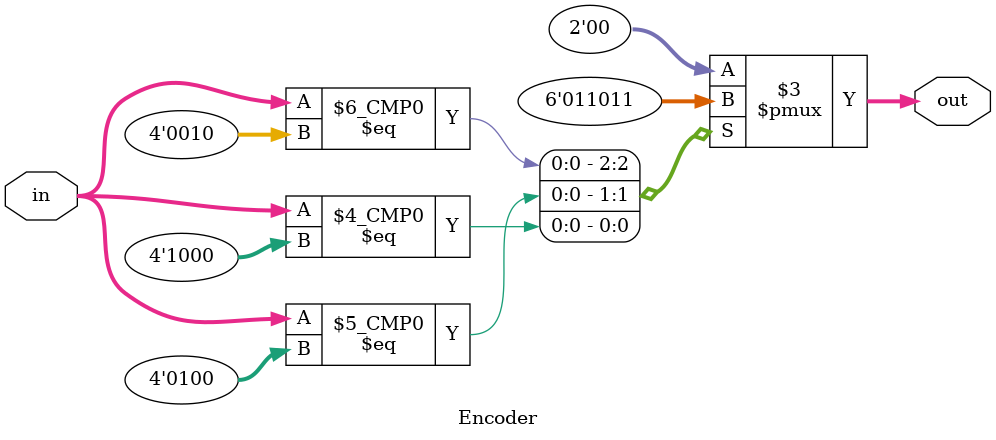
<source format=v>

`timescale 10ns / 10ps
module Encoder(in,out);
input wire [3:0]in;
output reg [1:0]out;

always@(in)
    begin
        case(in)
            4'b0001: out = {1'b0, 1'b0};
            4'b0010: out = {1'b0, 1'b1};
            4'b0100: out = {1'b1, 1'b0};
            4'b1000: out = {1'b1, 1'b1};
            default: out = {1'b0, 1'b0};
        endcase
    end 

endmodule
</source>
